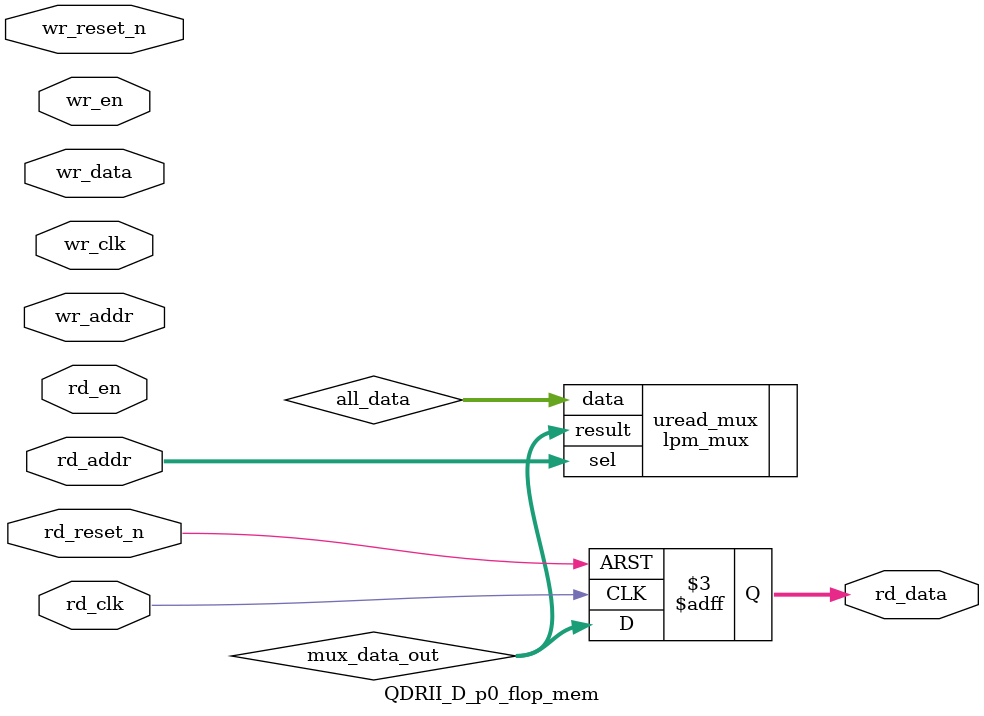
<source format=v>



`timescale 1 ps / 1 ps

(* altera_attribute = "-name ALLOW_SYNCH_CTRL_USAGE ON;-name AUTO_CLOCK_ENABLE_RECOGNITION ON" *)
module QDRII_D_p0_flop_mem(
	wr_reset_n,
	wr_clk,
	wr_en,
	wr_addr,
	wr_data,
	rd_reset_n,
	rd_clk,
	rd_en,
	rd_addr,
	rd_data
);

parameter WRITE_MEM_DEPTH	= "";
parameter WRITE_ADDR_WIDTH	= "";
parameter WRITE_DATA_WIDTH	= "";
parameter READ_MEM_DEPTH	= "";
parameter READ_ADDR_WIDTH	= "";		 
parameter READ_DATA_WIDTH	= "";


input	wr_reset_n;
input	wr_clk;
input	wr_en;
input	[WRITE_ADDR_WIDTH-1:0] wr_addr;
input	[WRITE_DATA_WIDTH-1:0] wr_data;
input	rd_reset_n;
input	rd_clk;
input	rd_en;
input	[READ_ADDR_WIDTH-1:0] rd_addr;
output	[READ_DATA_WIDTH-1:0] rd_data;



wire	[WRITE_DATA_WIDTH*WRITE_MEM_DEPTH-1:0] all_data;
wire	[READ_DATA_WIDTH-1:0] mux_data_out;



// declare a memory with WRITE_MEM_DEPTH entries
// each entry contains a data size of WRITE_DATA_WIDTH
reg	[WRITE_DATA_WIDTH-1:0] data_stored [0:WRITE_MEM_DEPTH-1] /* synthesis syn_preserve = 1 */;
reg	[READ_DATA_WIDTH-1:0] rd_data;

generate
genvar entry;
	for (entry=0; entry < WRITE_MEM_DEPTH; entry=entry+1)
	begin: mem_location
		assign all_data[(WRITE_DATA_WIDTH*(entry+1)-1) : (WRITE_DATA_WIDTH*entry)] = data_stored[entry]; 
		
		always @(posedge wr_clk or negedge wr_reset_n)
		begin
			if (~wr_reset_n) begin
				data_stored[entry] <= {WRITE_DATA_WIDTH{1'b0}};
			end else begin
				if (wr_en) begin
					if (entry == wr_addr) begin
						data_stored[entry] <= wr_data;
					end
				end
			end
		end		
	end
endgenerate

// mux to select the correct output data based on read address
lpm_mux	uread_mux(
	.sel (rd_addr),
	.data (all_data),
	.result (mux_data_out)
	// synopsys translate_off
	,
	.aclr (),
	.clken (),
	.clock ()
	// synopsys translate_on
	);
 defparam uread_mux.lpm_size = READ_MEM_DEPTH;
 defparam uread_mux.lpm_type = "LPM_MUX";
 defparam uread_mux.lpm_width = READ_DATA_WIDTH;
 defparam uread_mux.lpm_widths = READ_ADDR_WIDTH;

always @(posedge rd_clk or negedge rd_reset_n)	
begin
	if (~rd_reset_n) begin
		rd_data <= {READ_DATA_WIDTH{1'b0}};
	end else begin
		rd_data <= mux_data_out;
	end
end

endmodule

</source>
